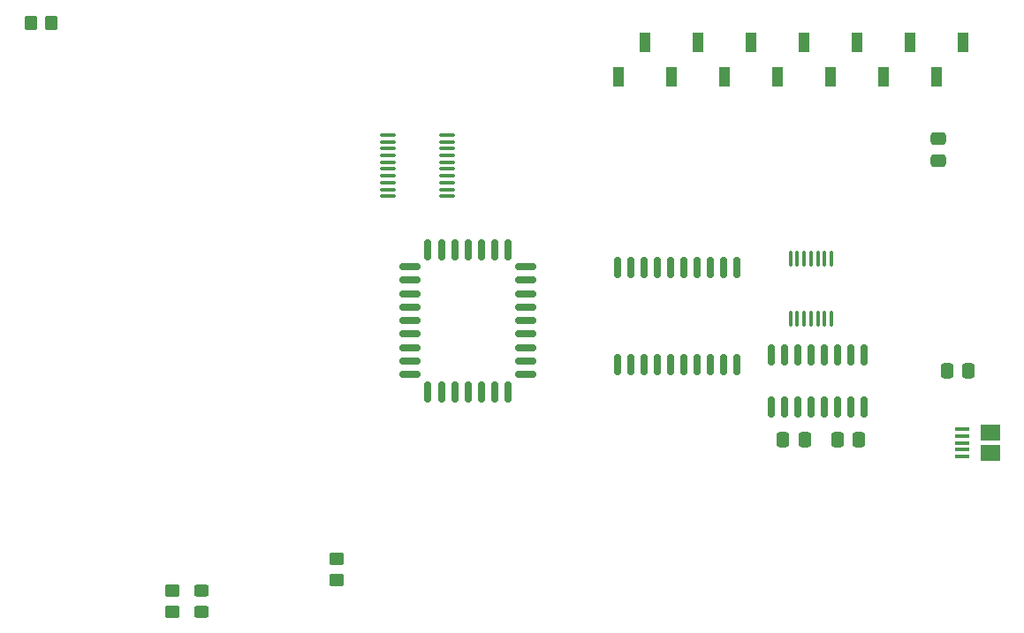
<source format=gbr>
%TF.GenerationSoftware,KiCad,Pcbnew,7.0.10*%
%TF.CreationDate,2024-02-26T12:00:29-08:00*%
%TF.ProjectId,vgaterm-bottom,76676174-6572-46d2-9d62-6f74746f6d2e,rev?*%
%TF.SameCoordinates,Original*%
%TF.FileFunction,Paste,Top*%
%TF.FilePolarity,Positive*%
%FSLAX46Y46*%
G04 Gerber Fmt 4.6, Leading zero omitted, Abs format (unit mm)*
G04 Created by KiCad (PCBNEW 7.0.10) date 2024-02-26 12:00:29*
%MOMM*%
%LPD*%
G01*
G04 APERTURE LIST*
G04 Aperture macros list*
%AMRoundRect*
0 Rectangle with rounded corners*
0 $1 Rounding radius*
0 $2 $3 $4 $5 $6 $7 $8 $9 X,Y pos of 4 corners*
0 Add a 4 corners polygon primitive as box body*
4,1,4,$2,$3,$4,$5,$6,$7,$8,$9,$2,$3,0*
0 Add four circle primitives for the rounded corners*
1,1,$1+$1,$2,$3*
1,1,$1+$1,$4,$5*
1,1,$1+$1,$6,$7*
1,1,$1+$1,$8,$9*
0 Add four rect primitives between the rounded corners*
20,1,$1+$1,$2,$3,$4,$5,0*
20,1,$1+$1,$4,$5,$6,$7,0*
20,1,$1+$1,$6,$7,$8,$9,0*
20,1,$1+$1,$8,$9,$2,$3,0*%
G04 Aperture macros list end*
%ADD10RoundRect,0.100000X0.100000X-0.637500X0.100000X0.637500X-0.100000X0.637500X-0.100000X-0.637500X0*%
%ADD11RoundRect,0.250000X-0.450000X0.325000X-0.450000X-0.325000X0.450000X-0.325000X0.450000X0.325000X0*%
%ADD12RoundRect,0.250000X0.350000X0.450000X-0.350000X0.450000X-0.350000X-0.450000X0.350000X-0.450000X0*%
%ADD13RoundRect,0.250000X-0.337500X-0.475000X0.337500X-0.475000X0.337500X0.475000X-0.337500X0.475000X0*%
%ADD14RoundRect,0.250000X-0.450000X0.350000X-0.450000X-0.350000X0.450000X-0.350000X0.450000X0.350000X0*%
%ADD15RoundRect,0.250000X0.337500X0.475000X-0.337500X0.475000X-0.337500X-0.475000X0.337500X-0.475000X0*%
%ADD16RoundRect,0.162500X-0.162500X-0.837500X0.162500X-0.837500X0.162500X0.837500X-0.162500X0.837500X0*%
%ADD17RoundRect,0.162500X-0.837500X-0.162500X0.837500X-0.162500X0.837500X0.162500X-0.837500X0.162500X0*%
%ADD18R,1.350000X0.400000*%
%ADD19R,1.900000X1.500000*%
%ADD20RoundRect,0.150000X0.150000X-0.825000X0.150000X0.825000X-0.150000X0.825000X-0.150000X-0.825000X0*%
%ADD21R,1.000000X1.900000*%
%ADD22RoundRect,0.100000X0.637500X0.100000X-0.637500X0.100000X-0.637500X-0.100000X0.637500X-0.100000X0*%
%ADD23RoundRect,0.250000X0.450000X-0.350000X0.450000X0.350000X-0.450000X0.350000X-0.450000X-0.350000X0*%
%ADD24RoundRect,0.150000X0.150000X-0.875000X0.150000X0.875000X-0.150000X0.875000X-0.150000X-0.875000X0*%
%ADD25RoundRect,0.250000X0.475000X-0.337500X0.475000X0.337500X-0.475000X0.337500X-0.475000X-0.337500X0*%
G04 APERTURE END LIST*
D10*
%TO.C,U2*%
X156038000Y-109542500D03*
X156688000Y-109542500D03*
X157338000Y-109542500D03*
X157988000Y-109542500D03*
X158638000Y-109542500D03*
X159288000Y-109542500D03*
X159938000Y-109542500D03*
X159938000Y-103817500D03*
X159288000Y-103817500D03*
X158638000Y-103817500D03*
X157988000Y-103817500D03*
X157338000Y-103817500D03*
X156688000Y-103817500D03*
X156038000Y-103817500D03*
%TD*%
D11*
%TO.C,D3*%
X99568000Y-135618000D03*
X99568000Y-137668000D03*
%TD*%
D12*
%TO.C,R5*%
X85217000Y-81153000D03*
X83217000Y-81153000D03*
%TD*%
D13*
%TO.C,C10*%
X171026000Y-114554000D03*
X173101000Y-114554000D03*
%TD*%
D14*
%TO.C,R6*%
X96774000Y-135627000D03*
X96774000Y-137627000D03*
%TD*%
D15*
%TO.C,C1*%
X157374500Y-121158000D03*
X155299500Y-121158000D03*
%TD*%
D16*
%TO.C,U7*%
X125133798Y-102905500D03*
X123854632Y-102905500D03*
X122575466Y-102905500D03*
X121296300Y-102905500D03*
D17*
X119558000Y-104563000D03*
X119558000Y-105854250D03*
X119558000Y-107145500D03*
X119558000Y-108436750D03*
X119558000Y-109728000D03*
X119558000Y-111019250D03*
X119558000Y-112310500D03*
X119558000Y-113601750D03*
X119558000Y-114893000D03*
D16*
X121296300Y-116580500D03*
X122575466Y-116580500D03*
X123854632Y-116580500D03*
X125133798Y-116580500D03*
X126412964Y-116580500D03*
X127692130Y-116580500D03*
X128971300Y-116580500D03*
D17*
X130683000Y-114893000D03*
X130683000Y-113601750D03*
X130683000Y-112310500D03*
X130683000Y-111019250D03*
X130683000Y-109728000D03*
X130683000Y-108436750D03*
X130683000Y-107145500D03*
X130683000Y-105854250D03*
X130683000Y-104563000D03*
D16*
X128971300Y-102905500D03*
X127692130Y-102905500D03*
X126412964Y-102905500D03*
%TD*%
D18*
%TO.C,J6*%
X172466000Y-122752000D03*
X172466000Y-122102000D03*
X172466000Y-121452000D03*
X172466000Y-120802000D03*
X172466000Y-120152000D03*
D19*
X175166000Y-122452000D03*
X175166000Y-120452000D03*
%TD*%
D20*
%TO.C,U1*%
X154178000Y-117980000D03*
X155448000Y-117980000D03*
X156718000Y-117980000D03*
X157988000Y-117980000D03*
X159258000Y-117980000D03*
X160528000Y-117980000D03*
X161798000Y-117980000D03*
X163068000Y-117980000D03*
X163068000Y-113030000D03*
X161798000Y-113030000D03*
X160528000Y-113030000D03*
X159258000Y-113030000D03*
X157988000Y-113030000D03*
X156718000Y-113030000D03*
X155448000Y-113030000D03*
X154178000Y-113030000D03*
%TD*%
D21*
%TO.C,J10*%
X172593000Y-83058000D03*
X170053000Y-86358000D03*
X167513000Y-83058000D03*
X164973000Y-86358000D03*
X162433000Y-83058000D03*
X159893000Y-86358000D03*
X157353000Y-83058000D03*
X154813000Y-86358000D03*
X152273000Y-83058000D03*
X149733000Y-86358000D03*
X147193000Y-83058000D03*
X144653000Y-86358000D03*
X142113000Y-83058000D03*
X139573000Y-86358000D03*
%TD*%
D22*
%TO.C,U6*%
X123131500Y-97794000D03*
X123131500Y-97144000D03*
X123131500Y-96494000D03*
X123131500Y-95844000D03*
X123131500Y-95194000D03*
X123131500Y-94544000D03*
X123131500Y-93894000D03*
X123131500Y-93244000D03*
X123131500Y-92594000D03*
X123131500Y-91944000D03*
X117406500Y-91944000D03*
X117406500Y-92594000D03*
X117406500Y-93244000D03*
X117406500Y-93894000D03*
X117406500Y-94544000D03*
X117406500Y-95194000D03*
X117406500Y-95844000D03*
X117406500Y-96494000D03*
X117406500Y-97144000D03*
X117406500Y-97794000D03*
%TD*%
D15*
%TO.C,C2*%
X162603000Y-121158000D03*
X160528000Y-121158000D03*
%TD*%
D23*
%TO.C,R3*%
X112522000Y-134588000D03*
X112522000Y-132588000D03*
%TD*%
D24*
%TO.C,U8*%
X139446000Y-113948000D03*
X140716000Y-113948000D03*
X141986000Y-113948000D03*
X143256000Y-113948000D03*
X144526000Y-113948000D03*
X145796000Y-113948000D03*
X147066000Y-113948000D03*
X148336000Y-113948000D03*
X149606000Y-113948000D03*
X150876000Y-113948000D03*
X150876000Y-104648000D03*
X149606000Y-104648000D03*
X148336000Y-104648000D03*
X147066000Y-104648000D03*
X145796000Y-104648000D03*
X144526000Y-104648000D03*
X143256000Y-104648000D03*
X141986000Y-104648000D03*
X140716000Y-104648000D03*
X139446000Y-104648000D03*
%TD*%
D25*
%TO.C,C9*%
X170180000Y-94382500D03*
X170180000Y-92307500D03*
%TD*%
M02*

</source>
